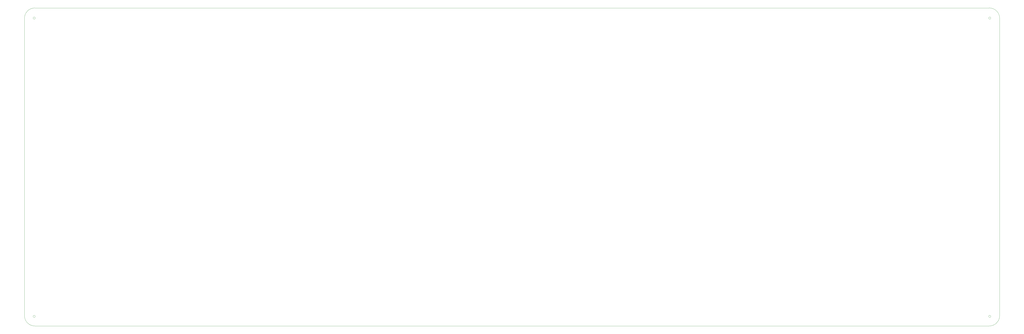
<source format=gbr>
G04 #@! TF.GenerationSoftware,KiCad,Pcbnew,(5.1.9)-1*
G04 #@! TF.CreationDate,2021-04-17T22:02:46-05:00*
G04 #@! TF.ProjectId,try3,74727933-2e6b-4696-9361-645f70636258,rev?*
G04 #@! TF.SameCoordinates,Original*
G04 #@! TF.FileFunction,Profile,NP*
%FSLAX46Y46*%
G04 Gerber Fmt 4.6, Leading zero omitted, Abs format (unit mm)*
G04 Created by KiCad (PCBNEW (5.1.9)-1) date 2021-04-17 22:02:46*
%MOMM*%
%LPD*%
G01*
G04 APERTURE LIST*
G04 #@! TA.AperFunction,Profile*
%ADD10C,0.050000*%
G04 #@! TD*
G04 APERTURE END LIST*
D10*
X455500000Y2000000D02*
G75*
G03*
X455500000Y2000000I-500000J0D01*
G01*
X455500000Y137500000D02*
G75*
G03*
X455500000Y137500000I-500000J0D01*
G01*
X21500000Y137500000D02*
G75*
G03*
X21500000Y137500000I-500000J0D01*
G01*
X21500000Y2000000D02*
G75*
G03*
X21500000Y2000000I-500000J0D01*
G01*
X16579850Y2368550D02*
X16579850Y137375900D01*
X454761600Y-2368550D02*
X21316950Y-2368550D01*
X459498700Y137375900D02*
X459498700Y2368550D01*
X21316950Y142113000D02*
X454761600Y142113000D01*
X454761600Y142113000D02*
G75*
G02*
X459498700Y137375900I0J-4737100D01*
G01*
X16579850Y137375900D02*
G75*
G02*
X21316950Y142113000I4737100J0D01*
G01*
X21316950Y-2368550D02*
G75*
G02*
X16579850Y2368550I0J4737100D01*
G01*
X459498700Y2368550D02*
G75*
G02*
X454761600Y-2368550I-4737100J0D01*
G01*
M02*

</source>
